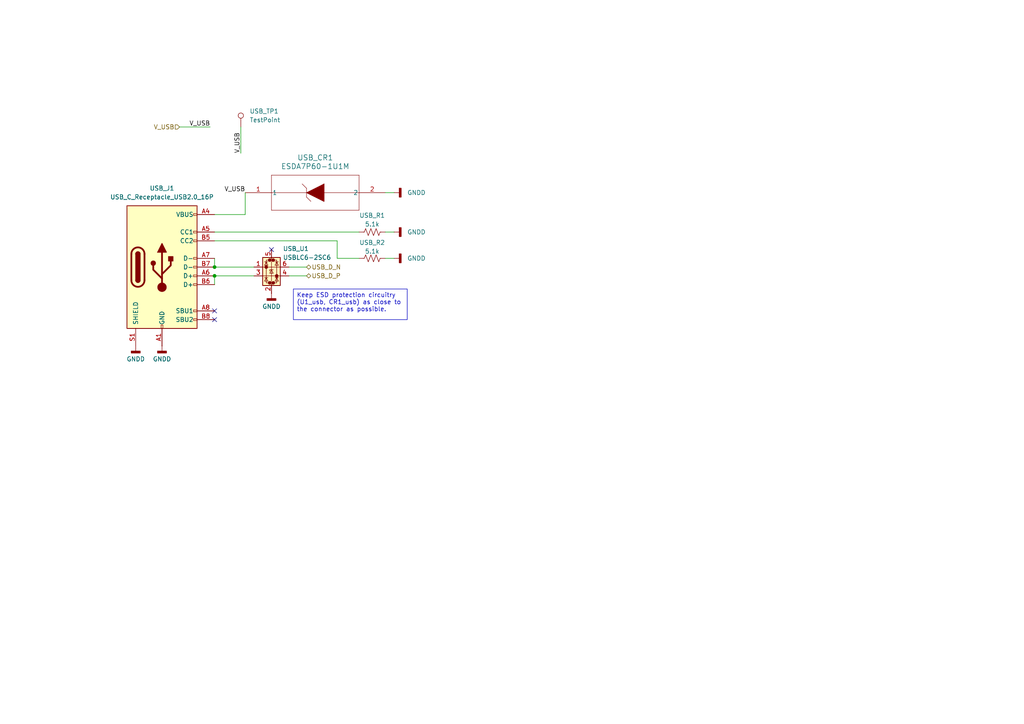
<source format=kicad_sch>
(kicad_sch (version 20231120) (generator "eeschema") (generator_version "8.0")
  (paper "A4")
  (lib_symbols
    (symbol "2024-07-15_00-58-56:ESDA7P60-1U1M" (pin_names (offset 0.254))
      (property "Reference" "CR" (at 20.32 10.16 0))
      (property "Value" "ESDA7P60-1U1M" (at 20.32 7.62 0))
      (symbol "ESDA7P60-1U1M_0_1"
        (polyline (pts (xy 7.62 -5.08) (xy 33.02 -5.08)) (stroke (width 0.127)))
        (polyline (pts (xy 7.62 5.08) (xy 7.62 -5.08)) (stroke (width 0.127)))
        (polyline (pts (xy 17.78 -1.27) (xy 19.05 -2.54)) (stroke (width 0.127)))
        (polyline (pts (xy 17.78 0) (xy 22.86 2.54)) (stroke (width 0.127)))
        (polyline (pts (xy 17.78 1.27) (xy 16.51 2.54)) (stroke (width 0.127)))
        (polyline (pts (xy 17.78 1.27) (xy 17.78 -1.27)) (stroke (width 0.127)))
        (polyline (pts (xy 22.86 -2.54) (xy 17.78 0)) (stroke (width 0.127)))
        (polyline (pts (xy 22.86 2.54) (xy 22.86 -2.54)) (stroke (width 0.127)))
        (polyline (pts (xy 33.02 -5.08) (xy 33.02 5.08)) (stroke (width 0.127)))
        (polyline (pts (xy 33.02 0) (xy 7.62 0)) (stroke (width 0.127)))
        (polyline (pts (xy 33.02 5.08) (xy 7.62 5.08)) (stroke (width 0.127)))
        (polyline (pts (xy 22.86 2.54) (xy 22.86 -2.54) (xy 17.78 0)) (fill (type outline)))
        (pin unspecified line (at 0 0 0) (length 7.62) (name "1") (number "1"))
        (pin unspecified line (at 40.64 0 180) (length 7.62) (name "2") (number "2"))
      )
    )
    (symbol "Connector:TestPoint" (pin_numbers hide) (pin_names (offset 0.762) hide)
      (property "Reference" "TP" (at 0 6.858 0))
      (property "Value" "TestPoint" (at 0 5.08 0))
      (symbol "TestPoint_0_1"
        (circle (center 0 3.302) (radius 0.762))
      )
      (symbol "TestPoint_1_1"
        (pin passive line (at 0 0 90) (length 2.54) (name "1") (number "1"))
      )
    )
    (symbol "Connector:USB_C_Receptacle_USB2.0_16P" (pin_names (offset 1.016))
      (property "Reference" "J" (at 0 22.225 0))
      (property "Value" "USB_C_Receptacle_USB2.0_16P" (at 0 19.685 0))
      (symbol "USB_C_Receptacle_USB2.0_16P_0_0"
        (rectangle (start -0.254 -17.78) (end 0.254 -16.764))
        (rectangle (start 10.16 -14.986) (end 9.144 -15.494))
        (rectangle (start 10.16 -12.446) (end 9.144 -12.954))
        (rectangle (start 10.16 -4.826) (end 9.144 -5.334))
        (rectangle (start 10.16 -2.286) (end 9.144 -2.794))
        (rectangle (start 10.16 0.254) (end 9.144 -0.254))
        (rectangle (start 10.16 2.794) (end 9.144 2.286))
        (rectangle (start 10.16 7.874) (end 9.144 7.366))
        (rectangle (start 10.16 10.414) (end 9.144 9.906))
        (rectangle (start 10.16 15.494) (end 9.144 14.986))
      )
      (symbol "USB_C_Receptacle_USB2.0_16P_0_1"
        (rectangle (start -10.16 17.78) (end 10.16 -17.78) (stroke (width 0.254)) (fill (type background)))
        (arc (start -8.89 -3.81) (mid -6.985 -5.7067) (end -5.08 -3.81) (stroke (width 0.508)))
        (arc (start -7.62 -3.81) (mid -6.985 -4.4423) (end -6.35 -3.81) (stroke (width 0.254)))
        (arc (start -7.62 -3.81) (mid -6.985 -4.4423) (end -6.35 -3.81) (stroke (width 0.254)) (fill (type outline)))
        (rectangle (start -7.62 -3.81) (end -6.35 3.81) (stroke (width 0.254)) (fill (type outline)))
        (arc (start -6.35 3.81) (mid -6.985 4.4423) (end -7.62 3.81) (stroke (width 0.254)))
        (arc (start -6.35 3.81) (mid -6.985 4.4423) (end -7.62 3.81) (stroke (width 0.254)) (fill (type outline)))
        (arc (start -5.08 3.81) (mid -6.985 5.7067) (end -8.89 3.81) (stroke (width 0.508)))
        (circle (center -2.54 1.143) (radius 0.635) (stroke (width 0.254)) (fill (type outline)))
        (circle (center 0 -5.842) (radius 1.27) (fill (type outline)))
        (polyline (pts (xy -8.89 -3.81) (xy -8.89 3.81)) (stroke (width 0.508)))
        (polyline (pts (xy -5.08 3.81) (xy -5.08 -3.81)) (stroke (width 0.508)))
        (polyline (pts (xy 0 -5.842) (xy 0 4.318)) (stroke (width 0.508)))
        (polyline (pts (xy 0 -3.302) (xy -2.54 -0.762) (xy -2.54 0.508)) (stroke (width 0.508)))
        (polyline (pts (xy 0 -2.032) (xy 2.54 0.508) (xy 2.54 1.778)) (stroke (width 0.508)))
        (polyline (pts (xy -1.27 4.318) (xy 0 6.858) (xy 1.27 4.318) (xy -1.27 4.318)) (stroke (width 0.254)) (fill (type outline)))
        (rectangle (start 1.905 1.778) (end 3.175 3.048) (stroke (width 0.254)) (fill (type outline)))
      )
      (symbol "USB_C_Receptacle_USB2.0_16P_1_1"
        (pin passive line (at 0 -22.86 90) (length 5.08) (name "GND") (number "A1"))
        (pin passive line (at 0 -22.86 90) (length 5.08) hide (name "GND") (number "A12"))
        (pin passive line (at 15.24 15.24 180) (length 5.08) (name "VBUS") (number "A4"))
        (pin bidirectional line (at 15.24 10.16 180) (length 5.08) (name "CC1") (number "A5"))
        (pin bidirectional line (at 15.24 -2.54 180) (length 5.08) (name "D+") (number "A6"))
        (pin bidirectional line (at 15.24 2.54 180) (length 5.08) (name "D-") (number "A7"))
        (pin bidirectional line (at 15.24 -12.7 180) (length 5.08) (name "SBU1") (number "A8"))
        (pin passive line (at 15.24 15.24 180) (length 5.08) hide (name "VBUS") (number "A9"))
        (pin passive line (at 0 -22.86 90) (length 5.08) hide (name "GND") (number "B1"))
        (pin passive line (at 0 -22.86 90) (length 5.08) hide (name "GND") (number "B12"))
        (pin passive line (at 15.24 15.24 180) (length 5.08) hide (name "VBUS") (number "B4"))
        (pin bidirectional line (at 15.24 7.62 180) (length 5.08) (name "CC2") (number "B5"))
        (pin bidirectional line (at 15.24 -5.08 180) (length 5.08) (name "D+") (number "B6"))
        (pin bidirectional line (at 15.24 0 180) (length 5.08) (name "D-") (number "B7"))
        (pin bidirectional line (at 15.24 -15.24 180) (length 5.08) (name "SBU2") (number "B8"))
        (pin passive line (at 15.24 15.24 180) (length 5.08) hide (name "VBUS") (number "B9"))
        (pin passive line (at -7.62 -22.86 90) (length 5.08) (name "SHIELD") (number "S1"))
      )
    )
    (symbol "Device:R_US" (pin_numbers hide) (pin_names (offset 0))
      (property "Reference" "R" (at 2.54 0 90))
      (property "Value" "R_US" (at -2.54 0 90))
      (symbol "R_US_0_1"
        (polyline (pts (xy 0 -2.286) (xy 0 -2.54)))
        (polyline (pts (xy 0 2.286) (xy 0 2.54)))
        (polyline (pts (xy 0 -0.762) (xy 1.016 -1.143) (xy 0 -1.524) (xy -1.016 -1.905) (xy 0 -2.286)))
        (polyline (pts (xy 0 0.762) (xy 1.016 0.381) (xy 0 0) (xy -1.016 -0.381) (xy 0 -0.762)))
        (polyline (pts (xy 0 2.286) (xy 1.016 1.905) (xy 0 1.524) (xy -1.016 1.143) (xy 0 0.762)))
      )
      (symbol "R_US_1_1"
        (pin passive line (at 0 3.81 270) (length 1.27) (name "~") (number "1"))
        (pin passive line (at 0 -3.81 90) (length 1.27) (name "~") (number "2"))
      )
    )
    (symbol "Power_Protection:USBLC6-2SC6" (pin_names hide)
      (property "Reference" "U" (at 0.635 5.715 0))
      (property "Value" "USBLC6-2SC6" (at 0.635 3.81 0))
      (symbol "USBLC6-2SC6_0_0"
        (circle (center -1.524 0) (radius 0.0001) (stroke (width 0.508)))
        (circle (center -0.508 -4.572) (radius 0.0001) (stroke (width 0.508)))
        (circle (center -0.508 2.032) (radius 0.0001) (stroke (width 0.508)))
        (circle (center 0.508 -4.572) (radius 0.0001) (stroke (width 0.508)))
        (circle (center 0.508 2.032) (radius 0.0001) (stroke (width 0.508)))
        (circle (center 1.524 -2.54) (radius 0.0001) (stroke (width 0.508)))
      )
      (symbol "USBLC6-2SC6_0_1"
        (polyline (pts (xy -2.54 -2.54) (xy 2.54 -2.54)))
        (polyline (pts (xy -2.54 0) (xy 2.54 0)))
        (polyline (pts (xy -2.032 -3.048) (xy -1.016 -3.048)))
        (polyline (pts (xy -1.016 1.524) (xy -2.032 1.524)))
        (polyline (pts (xy 1.016 -3.048) (xy 2.032 -3.048)))
        (polyline (pts (xy 1.016 1.524) (xy 2.032 1.524)))
        (polyline (pts (xy -0.508 -1.143) (xy -0.508 -0.762) (xy 0.508 -0.762)))
        (polyline (pts (xy -2.032 0.508) (xy -1.016 0.508) (xy -1.524 1.524) (xy -2.032 0.508)))
        (polyline (pts (xy -1.016 -4.064) (xy -2.032 -4.064) (xy -1.524 -3.048) (xy -1.016 -4.064)))
        (polyline (pts (xy 0.508 -1.778) (xy -0.508 -1.778) (xy 0 -0.762) (xy 0.508 -1.778)))
        (polyline (pts (xy 2.032 -4.064) (xy 1.016 -4.064) (xy 1.524 -3.048) (xy 2.032 -4.064)))
        (polyline (pts (xy 2.032 0.508) (xy 1.016 0.508) (xy 1.524 1.524) (xy 2.032 0.508)))
        (polyline (pts (xy 0 2.54) (xy -0.508 2.032) (xy 0.508 2.032) (xy 0 1.524) (xy 0 -4.064) (xy -0.508 -4.572) (xy 0.508 -4.572) (xy 0 -5.08)))
      )
      (symbol "USBLC6-2SC6_1_1"
        (rectangle (start -2.54 2.794) (end 2.54 -5.334) (stroke (width 0.254)) (fill (type background)))
        (polyline (pts (xy -0.508 2.032) (xy -1.524 2.032) (xy -1.524 -4.572) (xy -0.508 -4.572)))
        (polyline (pts (xy 0.508 -4.572) (xy 1.524 -4.572) (xy 1.524 2.032) (xy 0.508 2.032)))
        (pin passive line (at -5.08 0 0) (length 2.54) (name "I/O1") (number "1"))
        (pin passive line (at 0 -7.62 90) (length 2.54) (name "GND") (number "2"))
        (pin passive line (at -5.08 -2.54 0) (length 2.54) (name "I/O2") (number "3"))
        (pin passive line (at 5.08 -2.54 180) (length 2.54) (name "I/O2") (number "4"))
        (pin passive line (at 0 5.08 270) (length 2.54) (name "VBUS") (number "5"))
        (pin passive line (at 5.08 0 180) (length 2.54) (name "I/O1") (number "6"))
      )
    )
    (symbol "power:GNDD" (power) (pin_numbers hide) (pin_names (offset 0) hide)
      (property "Value" "GNDD" (at 0 -3.175 0))
      (symbol "GNDD_0_1"
        (rectangle (start -1.27 -1.524) (end 1.27 -2.032) (stroke (width 0.254)) (fill (type outline)))
        (polyline (pts (xy 0 0) (xy 0 -1.524)))
      )
      (symbol "GNDD_1_1"
        (pin power_in line (at 0 0 270) (length 0) (name "~") (number "1"))
      )
    )
  )
  (junction (at 62.23 77.47))
  (junction (at 62.23 80.01))
  (no_connect (at 78.74 72.39))
  (no_connect (at 62.23 90.17))
  (no_connect (at 62.23 92.71))
  (wire (pts (xy 62.23 62.23) (xy 71.12 62.23)))
  (wire (pts (xy 88.9 80.01) (xy 83.82 80.01)))
  (wire (pts (xy 71.12 55.88) (xy 71.12 62.23)))
  (wire (pts (xy 60.96 36.83) (xy 52.07 36.83)))
  (wire (pts (xy 114.3 55.88) (xy 111.76 55.88)))
  (wire (pts (xy 111.76 74.93) (xy 114.3 74.93)))
  (wire (pts (xy 88.9 77.47) (xy 83.82 77.47)))
  (wire (pts (xy 62.23 80.01) (xy 73.66 80.01)))
  (wire (pts (xy 97.79 69.85) (xy 97.79 74.93)))
  (wire (pts (xy 62.23 69.85) (xy 97.79 69.85)))
  (wire (pts (xy 62.23 74.93) (xy 62.23 77.47)))
  (wire (pts (xy 111.76 67.31) (xy 114.3 67.31)))
  (wire (pts (xy 62.23 82.55) (xy 62.23 80.01)))
  (wire (pts (xy 97.79 74.93) (xy 104.14 74.93)))
  (wire (pts (xy 62.23 67.31) (xy 104.14 67.31)))
  (wire (pts (xy 62.23 77.47) (xy 73.66 77.47)))
  (wire (pts (xy 69.85 44.45) (xy 69.85 36.83)))
  (text_box "Keep ESD protection circuitry (U1_usb, CR1_usb) as close to the connector as possible." (at 85.09 83.82 0) (size 33.02 8.89) (effects (font (size 1.27 1.27)) (justify left top)))
  (label "V_USB" (at 69.85 44.45 90))
  (label "V_USB" (at 71.12 55.88 180))
  (label "V_USB" (at 60.96 36.83 180))
  (hierarchical_label "USB_D_N" (shape bidirectional) (at 88.9 77.47 0))
  (hierarchical_label "V_USB" (shape input) (at 52.07 36.83 180))
  (hierarchical_label "USB_D_P" (shape bidirectional) (at 88.9 80.01 0))
  (symbol (lib_id "Power_Protection:USBLC6-2SC6") (at 78.74 77.47 0) (unit 1)
    (property "Reference" "USB_U1" (at 82.042 72.136 0) (effects (justify left)))
    (property "Value" "USBLC6-2SC6" (at 82.042 74.676 0) (effects (justify left)))
    (property "Footprint" "Package_TO_SOT_SMD:SOT-23-6" (effects (hide yes)))
    (property "Datasheet" "https://www.st.com/resource/en/datasheet/usblc6-2.pdf" (effects (hide yes)))
    (property "Description" "Very low capacitance ESD protection diode, 2 data-line, SOT-23-6" (effects (hide yes)))
  )
  (symbol (lib_id "Connector:USB_C_Receptacle_USB2.0_16P") (at 46.99 77.47 0) (unit 1)
    (property "Reference" "USB_J1" (at 46.99 54.61 0))
    (property "Value" "USB_C_Receptacle_USB2.0_16P" (at 46.99 57.15 0))
    (property "Footprint" "Connector_USB:USB_C_Receptacle_GCT_USB4105-xx-A_16P_TopMnt_Horizontal" (effects (hide yes)))
    (property "Datasheet" "https://www.usb.org/sites/default/files/documents/usb_type-c.zip" (effects (hide yes)))
    (property "Description" "USB 2.0-only 16P Type-C Receptacle connector" (effects (hide yes)))
  )
  (symbol (lib_id "power:GNDD") (at 46.99 100.33 0) (unit 1)
    (property "Reference" "#PWR02" (effects (hide yes)))
    (property "Value" "GNDD" (at 46.99 104.14 0))
    (property "Description" "Power symbol creates a global label with name \"GNDD\" , digital ground" (effects (hide yes)))
  )
  (symbol (lib_id "power:GNDD") (at 114.3 55.88 90) (unit 1)
    (property "Reference" "#PWR04" (effects (hide yes)))
    (property "Value" "GNDD" (at 118.11 55.8799 90) (effects (justify right)))
    (property "Description" "Power symbol creates a global label with name \"GNDD\" , digital ground" (effects (hide yes)))
  )
  (symbol (lib_id "power:GNDD") (at 39.37 100.33 0) (unit 1)
    (property "Reference" "#PWR01" (effects (hide yes)))
    (property "Value" "GNDD" (at 39.37 104.14 0))
    (property "Description" "Power symbol creates a global label with name \"GNDD\" , digital ground" (effects (hide yes)))
  )
  (symbol (lib_id "Device:R_US") (at 107.95 74.93 90) (unit 1)
    (property "Reference" "USB_R2" (at 107.95 70.358 90))
    (property "Value" "5.1k" (at 107.95 72.898 90))
    (property "Footprint" "Resistor_SMD:R_0603_1608Metric_Pad0.98x0.95mm_HandSolder" (effects (hide yes)))
    (property "Description" "Resistor, US symbol" (effects (hide yes)))
  )
  (symbol (lib_id "Device:R_US") (at 107.95 67.31 90) (unit 1)
    (property "Reference" "USB_R1" (at 107.95 62.484 90))
    (property "Value" "5.1k" (at 107.95 65.024 90))
    (property "Footprint" "Resistor_SMD:R_0603_1608Metric_Pad0.98x0.95mm_HandSolder" (effects (hide yes)))
    (property "Description" "Resistor, US symbol" (effects (hide yes)))
  )
  (symbol (lib_id "2024-07-15_00-58-56:ESDA7P60-1U1M") (at 71.12 55.88 0) (unit 1)
    (property "Reference" "USB_CR1" (at 91.44 45.72 0) (effects (font (size 1.524 1.524))))
    (property "Value" "ESDA7P60-1U1M" (at 91.44 48.26 0) (effects (font (size 1.524 1.524))))
    (property "Footprint" "ESDA7P60_1U1M:ZDO_1610_STM" (effects (hide yes)))
    (property "Datasheet" "ESDA7P60-1U1M" (effects (hide yes)))
  )
  (symbol (lib_id "power:GNDD") (at 114.3 74.93 90) (unit 1)
    (property "Reference" "#PWR06" (effects (hide yes)))
    (property "Value" "GNDD" (at 118.11 74.9299 90) (effects (justify right)))
    (property "Description" "Power symbol creates a global label with name \"GNDD\" , digital ground" (effects (hide yes)))
  )
  (symbol (lib_id "power:GNDD") (at 78.74 85.09 0) (unit 1)
    (property "Reference" "#PWR03" (effects (hide yes)))
    (property "Value" "GNDD" (at 78.74 88.9 0))
    (property "Description" "Power symbol creates a global label with name \"GNDD\" , digital ground" (effects (hide yes)))
  )
  (symbol (lib_id "power:GNDD") (at 114.3 67.31 90) (unit 1)
    (property "Reference" "#PWR05" (effects (hide yes)))
    (property "Value" "GNDD" (at 118.11 67.3099 90) (effects (justify right)))
    (property "Description" "Power symbol creates a global label with name \"GNDD\" , digital ground" (effects (hide yes)))
  )
  (symbol (lib_id "Connector:TestPoint") (at 69.85 36.83 0) (unit 1)
    (property "Reference" "USB_TP1" (at 72.39 32.2579 0) (effects (justify left)))
    (property "Value" "TestPoint" (at 72.39 34.7979 0) (effects (justify left)))
    (property "Footprint" "TestPoint:TestPoint_Loop_D2.60mm_Drill1.6mm_Beaded" (effects (hide yes)))
    (property "Description" "test point" (effects (hide yes)))
  )
)
</source>
